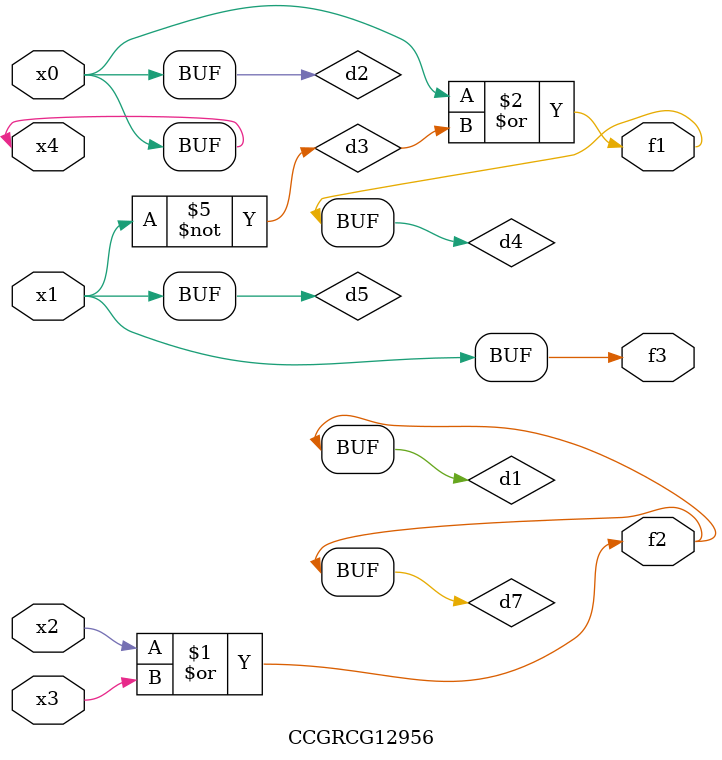
<source format=v>
module CCGRCG12956(
	input x0, x1, x2, x3, x4,
	output f1, f2, f3
);

	wire d1, d2, d3, d4, d5, d6, d7;

	or (d1, x2, x3);
	buf (d2, x0, x4);
	not (d3, x1);
	or (d4, d2, d3);
	not (d5, d3);
	nand (d6, d1, d3);
	or (d7, d1);
	assign f1 = d4;
	assign f2 = d7;
	assign f3 = d5;
endmodule

</source>
